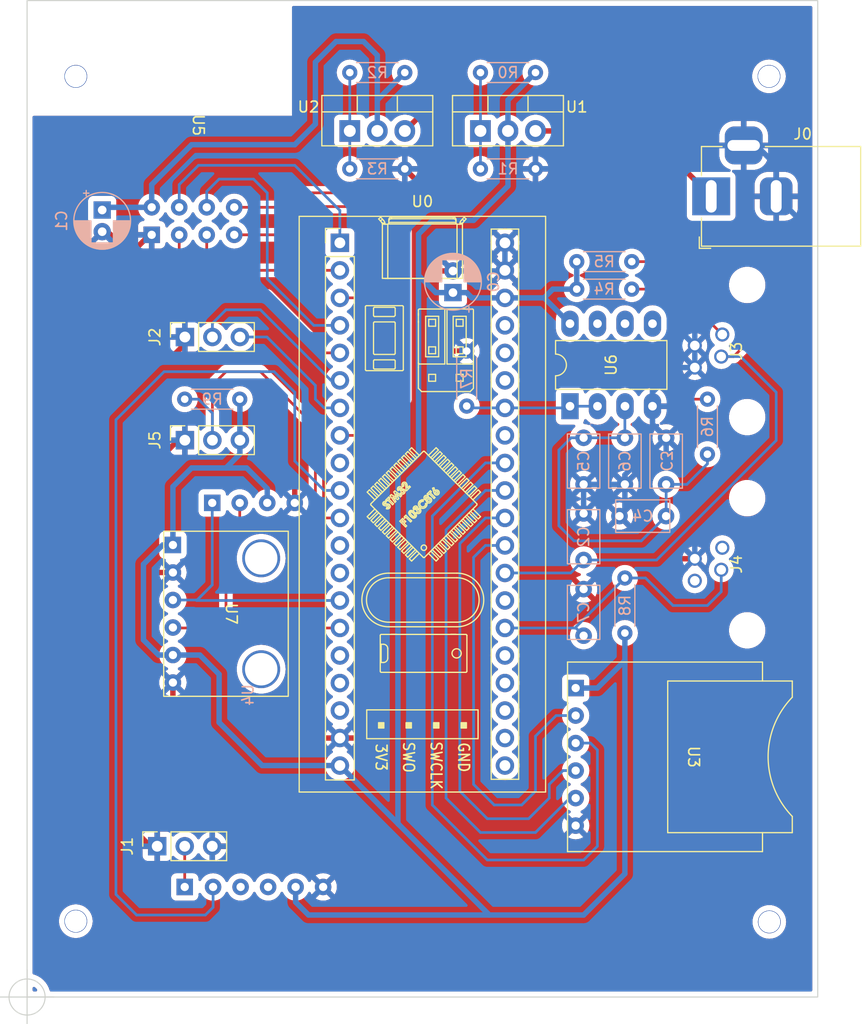
<source format=kicad_pcb>
(kicad_pcb (version 20211014) (generator pcbnew)
  (layers (0 "F.Cu" signal) (31 "B.Cu" signal) (34 "B.Paste" user) (35 "F.Paste" user) (36 "B.SilkS" user "B.Silkscreen") (37 "F.SilkS" user "F.Silkscreen") (38 "B.Mask" user) (39 "F.Mask" user) (44 "Edge.Cuts" user))
  (net 0 "")
  (net 1 "Anemometer")
  (net 2 "Rain gauge")
  (net 3 "LoRa_NCSS")
  (net 4 "/Passive LPF")
  (net 5 "+VDC")
  (net 6 "LoRa_SCLK")
  (net 7 "LoRa_MISO")
  (net 8 "LoRa_MOSI")
  (net 9 "LoRa_Reset")
  (net 10 "LoRa_DIO0")
  (net 11 "+3.3VP")
  (net 12 "GND")
  (net 13 "WindVane_raw")
  (net 14 "+3V3")
  (net 15 "WindVane_filtered")
  (net 16 "DS18B20")
  (net 17 "RTC_ALARM")
  (net 18 "I2C_CLK")
  (net 19 "I2C_SDA")
  (net 20 "MICROSD_NCSS")
  (net 21 "SPI1_SCK")
  (net 22 "SPI1_MISO")
  (net 23 "SPI1_MOSI")
  (net 24 "/32768Hz out")
  (net 25 "UART_TX")
  (net 26 "UART_RX")
  (net 46 "/V_adj")
  (net 47 "/V_adj_VP")
  (footprint "Package_DIP:DIP-8_W7.62mm_LongPads" (layer "F.Cu") (at 158.125 91.455 90)
    (fp_text reference "U6")
    (fp_text value "MCP6002-xP" hide)
  )
  (footprint "RJ11-Connectors:4P4C" (layer "F.Cu") (at 173.99 106.045 90)
    (fp_text reference "J4")
    (fp_text value "4P4C")
  )
  (footprint "Package_TO_SOT_THT:TO-220-3_Vertical" (layer "F.Cu") (at 149.86 66.04)
    (fp_text reference "U1")
    (fp_text value "LM317")
  )
  (footprint "Connector_PinSocket_2.54mm:PinSocket_1x03_P2.54mm_Vertical" (layer "F.Cu") (at 122.57 85.065 90)
    (fp_text reference "J2")
    (fp_text value "Conn_01x03_Male" hide)
  )
  (footprint "Connector_PinSocket_2.54mm:PinSocket_1x03_P2.54mm_Vertical" (layer "F.Cu") (at 120.015 132.08 90)
    (fp_text reference "J1")
    (fp_text value "Conn_01x03_Male" hide)
  )
  (footprint "SX1278_Module:SX1278_Minimal" (layer "F.Cu") (at 123.317 65.5 -90)
    (fp_text reference "U5")
    (fp_text value "SX1278")
  )
  (footprint "Connector_PinSocket_2.54mm:PinSocket_1x03_P2.54mm_Vertical" (layer "F.Cu") (at 122.57 94.59 90)
    (fp_text reference "J5")
    (fp_text value "Conn_01x03_Male" hide)
  )
  (footprint "Package_TO_SOT_THT:TO-220-3_Vertical" (layer "F.Cu") (at 137.795 66.04)
    (fp_text reference "U2")
    (fp_text value "LM317")
  )
  (footprint "Connector_BarrelJack:BarrelJack_Horizontal" (layer "F.Cu") (at 171.165 72.0775 180)
    (fp_text reference "J0")
    (fp_text value "Barrel_Jack")
  )
  (footprint "BME280_Module:BME280_I2C_Small" (layer "F.Cu") (at 126.365 110.617 -90)
    (fp_text reference "U7")
    (fp_text value "BME280")
  )
  (footprint "Custom_Libs:microSD_mini" (layer "F.Cu") (at 166.9 123.825 -90)
    (fp_text reference "U3")
    (fp_text value "microSD_Module")
  )
  (footprint "KiCAD_STM32_BluePill:YAAJ_BluePill_1" (layer "F.Cu") (at 136.88 76.37)
    (fp_text reference "U0")
    (fp_text value "YAAJ_BluePill" hide)
  )
  (footprint "RJ11-Connectors:4P4C" (layer "F.Cu") (at 173.99 86.36 90)
    (fp_text reference "J3")
    (fp_text value "4P4C")
  )
  (footprint "Resistor_THT:R_Axial_DIN0204_L3.6mm_D1.6mm_P5.08mm_Horizontal" (layer "B.Cu") (at 170.815 90.805 -90)
    (fp_text reference "R6")
    (fp_text value "680" hide)
  )
  (footprint "Resistor_THT:R_Axial_DIN0204_L3.6mm_D1.6mm_P5.08mm_Horizontal" (layer "B.Cu") (at 158.75 78.105)
    (fp_text reference "R5")
    (fp_text value "3.3k" hide)
  )
  (footprint "Resistor_THT:R_Axial_DIN0204_L3.6mm_D1.6mm_P5.08mm_Horizontal" (layer "B.Cu") (at 148.59 86.36 -90)
    (fp_text reference "R7")
    (fp_text value "3.3k" hide)
  )
  (footprint "Custom_Libs:C_Radial_W5.5mm_H9.0mm_T3.0mm_P4.3mm" (layer "B.Cu") (at 159.385 110.49 -90)
    (fp_text reference "C7")
    (fp_text value "220n" hide)
  )
  (footprint "Custom_Libs:C_Radial_W5.5mm_H9.0mm_T3.0mm_P4.3mm" (layer "B.Cu") (at 159.385 103.505 -90)
    (fp_text reference "C2")
    (fp_text value "220n" hide)
  )
  (footprint "Resistor_THT:R_Axial_DIN0204_L3.6mm_D1.6mm_P5.08mm_Horizontal" (layer "B.Cu") (at 137.795 69.54)
    (fp_text reference "R3")
    (fp_text value "390" hide)
  )
  (footprint "Custom_Libs:C_Radial_W5.5mm_H9.0mm_T3.0mm_P4.3mm" (layer "B.Cu") (at 159.385 96.52 -90)
    (fp_text reference "C5")
    (fp_text value "3.3n" hide)
  )
  (footprint "Resistor_THT:R_Axial_DIN0204_L3.6mm_D1.6mm_P5.08mm_Horizontal" (layer "B.Cu") (at 154.94 60.65 180)
    (fp_text reference "R0")
    (fp_text value "240" hide)
  )
  (footprint "Capacitor_THT:CP_Radial_D5.0mm_P2.00mm" (layer "B.Cu") (at 147.32 80.965113 90)
    (fp_text reference "C0")
    (fp_text value "1u" hide)
  )
  (footprint "Custom_Libs:C_Radial_W5.5mm_H9.0mm_T3.0mm_P4.3mm" (layer "B.Cu") (at 164.846 101.6 180)
    (fp_text reference "C4")
    (fp_text value "4.7n" hide)
  )
  (footprint "DS3231_Module:DS3231_Module_FullSize" (layer "B.Cu") (at 128.905 118.11 -90)
    (fp_text reference "U4")
    (fp_text value "DS3231")
  )
  (footprint "Resistor_THT:R_Axial_DIN0204_L3.6mm_D1.6mm_P5.08mm_Horizontal" (layer "B.Cu") (at 158.75 80.645)
    (fp_text reference "R4")
    (fp_text value "3.3k" hide)
  )
  (footprint "Resistor_THT:R_Axial_DIN0204_L3.6mm_D1.6mm_P5.08mm_Horizontal" (layer "B.Cu") (at 127.635 90.805 180)
    (fp_text reference "R9")
    (fp_text value "4.7k" hide)
  )
  (footprint "Custom_Libs:C_Radial_W5.5mm_H9.0mm_T3.0mm_P4.3mm" (layer "B.Cu") (at 167.005 96.52 90)
    (fp_text reference "C3")
    (fp_text value "10n" hide)
  )
  (footprint "Resistor_THT:R_Axial_DIN0204_L3.6mm_D1.6mm_P5.08mm_Horizontal" (layer "B.Cu") (at 163.195 112.395 90)
    (fp_text reference "R8")
    (fp_text value "3.3k" hide)
  )
  (footprint "Resistor_THT:R_Axial_DIN0204_L3.6mm_D1.6mm_P5.08mm_Horizontal" (layer "B.Cu") (at 149.86 69.54)
    (fp_text reference "R1")
    (fp_text value "390" hide)
  )
  (footprint "Capacitor_THT:CP_Radial_D5.0mm_P2.00mm" (layer "B.Cu") (at 114.935 73.339888 -90)
    (fp_text reference "C1")
    (fp_text value "1u" hide)
  )
  (footprint "Custom_Libs:C_Radial_W5.5mm_H9.0mm_T3.0mm_P4.3mm" (layer "B.Cu") (at 163.195 96.52 -90)
    (fp_text reference "C6")
    (fp_text value "2.2n" hide)
  )
  (footprint "Resistor_THT:R_Axial_DIN0204_L3.6mm_D1.6mm_P5.08mm_Horizontal" (layer "B.Cu") (at 142.875 60.65 180)
    (fp_text reference "R2")
    (fp_text value "240" hide)
  )
  (gr_rect (start 108 54) (end 181 146) (layer "Edge.Cuts") (width 0.1) (fill none))
  (target plus (at 108 146) (size 5) (width 0.1) (layer "Edge.Cuts"))
  (via (at 112.5 139) (size 2.1) (drill 2) (layers "F.Cu" "B.Cu") (net 0))
  (via (at 176.5 61) (size 2.1) (drill 2) (layers "F.Cu" "B.Cu") (net 0))
  (via (at 176.53 139.065) (size 2.1) (drill 2) (layers "F.Cu" "B.Cu") (net 0))
  (via (at 112.5 61) (size 2.1) (drill 2) (layers "F.Cu" "B.Cu") (net 0))
  (segment (start 168.275 78.105) (end 173.99 83.82) (width 0.25) (layer "F.Cu") (net 1))
  (segment (start 173.99 86.11) (end 173.99 83.82) (width 0.25) (layer "F.Cu") (net 1))
  (segment (start 173.23 86.87) (end 173.99 86.11) (width 0.25) (layer "F.Cu") (net 1))
  (segment (start 163.83 78.105) (end 168.275 78.105) (width 0.25) (layer "F.Cu") (net 1))
  (segment (start 173.23 86.87) (end 172.09 86.87) (width 0.25) (layer "F.Cu") (net 1))
  (segment (start 177.165 94.615) (end 177.165 90.17) (width 0.25) (layer "B.Cu") (net 1))
  (segment (start 158.19 106.85) (end 159.385 105.655) (width 0.25) (layer "B.Cu") (net 1))
  (segment (start 152.12 106.85) (end 158.19 106.85) (width 0.25) (layer "B.Cu") (net 1))
  (segment (start 159.385 105.655) (end 166.125 105.655) (width 0.25) (layer "B.Cu") (net 1))
  (segment (start 166.125 105.655) (end 177.165 94.615) (width 0.25) (layer "B.Cu") (net 1))
  (segment (start 177.165 90.17) (end 173.865 86.87) (width 0.25) (layer "B.Cu") (net 1))
  (segment (start 173.865 86.87) (end 172.09 86.87) (width 0.25) (layer "B.Cu") (net 1))
  (segment (start 152.12 111.93) (end 158.58 111.93) (width 0.25) (layer "B.Cu") (net 2))
  (segment (start 165.1 107.315) (end 163.195 107.315) (width 0.25) (layer "B.Cu") (net 2))
  (segment (start 172.09 108.58) (end 170.815 109.855) (width 0.25) (layer "B.Cu") (net 2))
  (segment (start 170.815 109.855) (end 167.64 109.855) (width 0.25) (layer "B.Cu") (net 2))
  (segment (start 159.385 111.125) (end 158.58 111.93) (width 0.25) (layer "B.Cu") (net 2))
  (segment (start 159.385 111.125) (end 163.195 107.315) (width 0.25) (layer "B.Cu") (net 2))
  (segment (start 158.58 111.93) (end 158.675 111.93) (width 0.25) (layer "B.Cu") (net 2))
  (segment (start 167.64 109.855) (end 165.1 107.315) (width 0.25) (layer "B.Cu") (net 2))
  (segment (start 172.09 106.555) (end 172.09 108.58) (width 0.25) (layer "B.Cu") (net 2))
  (segment (start 158.675 111.93) (end 159.385 112.64) (width 0.25) (layer "B.Cu") (net 2))
  (segment (start 136.88 73.38) (end 136.88 76.37) (width 0.25) (layer "B.Cu") (net 3))
  (segment (start 122.047 70.993) (end 123.825 69.215) (width 0.25) (layer "B.Cu") (net 3))
  (segment (start 123.825 69.215) (end 132.715 69.215) (width 0.25) (layer "B.Cu") (net 3))
  (segment (start 132.715 69.215) (end 136.88 73.38) (width 0.25) (layer "B.Cu") (net 3))
  (segment (start 122.047 73.09) (end 122.047 70.993) (width 0.25) (layer "B.Cu") (net 3))
  (segment (start 157.099 102.489) (end 158.496 103.886) (width 0.25) (layer "B.Cu") (net 4))
  (segment (start 168.919 98.67) (end 170.815 96.774) (width 0.25) (layer "B.Cu") (net 4))
  (segment (start 163.195 94.37) (end 163.195 91.465) (width 0.25) (layer "B.Cu") (net 4))
  (segment (start 158.496 103.886) (end 164.71 103.886) (width 0.25) (layer "B.Cu") (net 4))
  (segment (start 164.71 103.886) (end 166.996 101.6) (width 0.25) (layer "B.Cu") (net 4))
  (segment (start 167.005 101.591) (end 166.996 101.6) (width 0.25) (layer "B.Cu") (net 4))
  (segment (start 167.005 98.67) (end 168.919 98.67) (width 0.25) (layer "B.Cu") (net 4))
  (segment (start 167.005 98.67) (end 167.005 101.591) (width 0.25) (layer "B.Cu") (net 4))
  (segment (start 157.099 95.504) (end 157.099 102.489) (width 0.25) (layer "B.Cu") (net 4))
  (segment (start 158.233 94.37) (end 157.099 95.504) (width 0.25) (layer "B.Cu") (net 4))
  (segment (start 159.385 94.37) (end 158.233 94.37) (width 0.25) (layer "B.Cu") (net 4))
  (segment (start 163.195 91.465) (end 163.205 91.455) (width 0.25) (layer "B.Cu") (net 4))
  (segment (start 163.195 94.37) (end 159.385 94.37) (width 0.25) (layer "B.Cu") (net 4))
  (segment (start 170.815 96.774) (end 170.815 95.885) (width 0.25) (layer "B.Cu") (net 4))
  (segment (start 156.8725 57.785) (end 165.1275 66.04) (width 0.5) (layer "F.Cu") (net 5))
  (segment (start 154.94 66.04) (end 165.1275 66.04) (width 0.5) (layer "F.Cu") (net 5))
  (segment (start 146.685 59.055) (end 147.955 57.785) (width 0.5) (layer "F.Cu") (net 5))
  (segment (start 142.875 66.04) (end 146.685 62.23) (width 0.5) (layer "F.Cu") (net 5))
  (segment (start 146.685 62.23) (end 146.685 59.055) (width 0.5) (layer "F.Cu") (net 5))
  (segment (start 165.1275 66.04) (end 171.165 72.0775) (width 0.5) (layer "F.Cu") (net 5))
  (segment (start 147.955 57.785) (end 156.8725 57.785) (width 0.5) (layer "F.Cu") (net 5))
  (segment (start 124.587 76.962) (end 126.535 78.91) (width 0.25) (layer "F.Cu") (net 6))
  (segment (start 126.535 78.91) (end 136.88 78.91) (width 0.25) (layer "F.Cu") (net 6))
  (segment (start 124.587 75.63) (end 124.587 76.962) (width 0.25) (layer "F.Cu") (net 6))
  (segment (start 140.165 81.45) (end 136.88 81.45) (width 0.25) (layer "F.Cu") (net 7))
  (segment (start 141.605 80.01) (end 140.165 81.45) (width 0.25) (layer "F.Cu") (net 7))
  (segment (start 139.7 73.025) (end 141.605 74.93) (width 0.25) (layer "F.Cu") (net 7))
  (segment (start 131.38 75.63) (end 133.985 73.025) (width 0.25) (layer "F.Cu") (net 7))
  (segment (start 141.605 74.93) (end 141.605 80.01) (width 0.25) (layer "F.Cu") (net 7))
  (segment (start 127.127 75.63) (end 131.38 75.63) (width 0.25) (layer "F.Cu") (net 7))
  (segment (start 133.985 73.025) (end 139.7 73.025) (width 0.25) (layer "F.Cu") (net 7))
  (segment (start 125.73 70.485) (end 128.905 70.485) (width 0.25) (layer "B.Cu") (net 8))
  (segment (start 130.175 71.755) (end 130.175 79.6925) (width 0.25) (layer "B.Cu") (net 8))
  (segment (start 124.587 73.09) (end 124.587 71.628) (width 0.25) (layer "B.Cu") (net 8))
  (segment (start 124.587 71.628) (end 125.73 70.485) (width 0.25) (layer "B.Cu") (net 8))
  (segment (start 134.4725 83.99) (end 136.88 83.99) (width 0.25) (layer "B.Cu") (net 8))
  (segment (start 128.905 70.485) (end 130.175 71.755) (width 0.25) (layer "B.Cu") (net 8))
  (segment (start 130.175 79.6925) (end 134.4725 83.99) (width 0.25) (layer "B.Cu") (net 8))
  (segment (start 126.365 81.28) (end 130.175 81.28) (width 0.25) (layer "F.Cu") (net 9))
  (segment (start 130.175 81.28) (end 135.425 86.53) (width 0.25) (layer "F.Cu") (net 9))
  (segment (start 122.047 75.63) (end 122.047 76.962) (width 0.25) (layer "F.Cu") (net 9))
  (segment (start 122.047 76.962) (end 126.365 81.28) (width 0.25) (layer "F.Cu") (net 9))
  (segment (start 135.425 86.53) (end 136.88 86.53) (width 0.25) (layer "F.Cu") (net 9))
  (segment (start 127.127 73.09) (end 131.38 73.09) (width 0.25) (layer "F.Cu") (net 10))
  (segment (start 140.335 71.755) (end 142.875 74.295) (width 0.25) (layer "F.Cu") (net 10))
  (segment (start 131.38 73.09) (end 132.715 71.755) (width 0.25) (layer "F.Cu") (net 10))
  (segment (start 139.53 94.15) (end 136.88 94.15) (width 0.25) (layer "F.Cu") (net 10))
  (segment (start 142.875 90.805) (end 139.53 94.15) (width 0.25) (layer "F.Cu") (net 10))
  (segment (start 132.715 71.755) (end 140.335 71.755) (width 0.25) (layer "F.Cu") (net 10))
  (segment (start 142.875 74.295) (end 142.875 90.805) (width 0.25) (layer "F.Cu") (net 10))
  (segment (start 134.62 65.405) (end 134.62 59.69) (width 0.5) (layer "B.Cu") (net 11))
  (segment (start 132.715 67.31) (end 134.62 65.405) (width 0.5) (layer "B.Cu") (net 11))
  (segment (start 140.335 59.055) (end 140.335 63.19) (width 0.5) (layer "B.Cu") (net 11))
  (segment (start 123.19 67.31) (end 132.715 67.31) (width 0.5) (layer "B.Cu") (net 11))
  (segment (start 140.335 63.19) (end 142.875 60.65) (width 0.5) (layer "B.Cu") (net 11))
  (segment (start 119.507 70.993) (end 123.19 67.31) (width 0.5) (layer "B.Cu") (net 11))
  (segment (start 136.525 57.785) (end 139.065 57.785) (width 0.5) (layer "B.Cu") (net 11))
  (segment (start 115.184888 73.09) (end 114.935 73.339888) (width 0.5) (layer "B.Cu") (net 11))
  (segment (start 140.335 66.04) (end 140.335 63.19) (width 0.5) (layer "B.Cu") (net 11))
  (segment (start 139.065 57.785) (end 140.335 59.055) (width 0.5) (layer "B.Cu") (net 11))
  (segment (start 119.507 73.09) (end 119.507 70.993) (width 0.5) (layer "B.Cu") (net 11))
  (segment (start 134.62 59.69) (end 136.525 57.785) (width 0.5) (layer "B.Cu") (net 11))
  (segment (start 119.507 73.09) (end 115.184888 73.09) (width 0.5) (layer "B.Cu") (net 11))
  (segment (start 117.475 90.805) (end 122.57 85.71) (width 0.5) (layer "F.Cu") (net 12))
  (segment (start 132.715 99.06) (end 132.715 100.38) (width 0.5) (layer "F.Cu") (net 12))
  (segment (start 117.475 90.805) (end 117.475 77.47) (width 0.5) (layer "F.Cu") (net 12))
  (segment (start 131.445 97.79) (end 132.715 99.06) (width 0.5) (layer "F.Cu") (net 12))
  (segment (start 121.945 94.59) (end 122.57 94.59) (width 0.5) (layer "F.Cu") (net 12))
  (segment (start 139.87 122.09) (end 136.88 122.09) (width 0.5) (layer "F.Cu") (net 12))
  (segment (start 115.434022 75.339888) (end 117.475 77.380866) (width 0.5) (layer "F.Cu") (net 12))
  (segment (start 154.205 134.62) (end 160.655 134.62) (width 0.5) (layer "F.Cu") (net 12))
  (segment (start 125.095 132.08) (end 133.955 132.08) (width 0.5) (layer "F.Cu") (net 12))
  (segment (start 144.145 80.01) (end 144.145 70.81) (width 0.5) (layer "F.Cu") (net 12))
  (segment (start 122.57 85.71) (end 122.57 85.065) (width 0.5) (layer "F.Cu") (net 12))
  (segment (start 118.745 97.79) (end 131.445 97.79) (width 0.5) (layer "F.Cu") (net 12))
  (segment (start 119.315 75.63) (end 119.507 75.63) (width 0.5) (layer "F.Cu") (net 12))
  (segment (start 149.86 134.62) (end 136.525 134.62) (width 0.5) (layer "F.Cu") (net 12))
  (segment (start 117.475 99.06) (end 118.745 97.79) (width 0.5) (layer "F.Cu") (net 12))
  (segment (start 159.385 108.34) (end 160.9 109.855) (width 0.5) (layer "F.Cu") (net 12))
  (segment (start 148.59 86.36) (end 147.32 86.36) (width 0.5) (layer "F.Cu") (net 12))
  (segment (start 123.36 122.09) (end 121.465 120.195) (width 0.5) (layer "F.Cu") (net 12))
  (segment (start 144.145 83.185) (end 144.145 80.01) (width 0.5) (layer "F.Cu") (net 12))
  (segment (start 165.1 108.585) (end 165.1 127.635) (width 0.5) (layer "F.Cu") (net 12))
  (segment (start 118.745 97.79) (end 121.945 94.59) (width 0.5) (layer "F.Cu") (net 12))
  (segment (start 117.475 77.47) (end 119.315 75.63) (width 0.5) (layer "F.Cu") (net 12))
  (segment (start 160.9 109.855) (end 163.83 109.855) (width 0.5) (layer "F.Cu") (net 12))
  (segment (start 144.145 70.81) (end 142.875 69.54) (width 0.5) (layer "F.Cu") (net 12))
  (segment (start 165.1 130.175) (end 165.1 127.635) (width 0.5) (layer "F.Cu") (net 12))
  (segment (start 160.655 134.62) (end 165.1 130.175) (width 0.5) (layer "F.Cu") (net 12))
  (segment (start 114.935 75.339888) (end 115.434022 75.339888) (width 0.5) (layer "F.Cu") (net 12))
  (segment (start 154.205 134.62) (end 149.86 134.62) (width 0.5) (layer "F.Cu") (net 12))
  (segment (start 117.475 116.205) (end 117.475 130.175) (width 0.5) (layer "F.Cu") (net 12))
  (segment (start 117.475 116.205) (end 117.475 109.22) (width 0.5) (layer "F.Cu") (net 12))
  (segment (start 144.145 80.01) (end 145.189887 78.965113) (width 0.5) (layer "F.Cu") (net 12))
  (segment (start 168.15 105.535) (end 169.65 105.535) (width 0.5) (layer "F.Cu") (net 12))
  (segment (start 119.38 132.08) (end 120.015 132.08) (width 0.5) (layer "F.Cu") (net 12))
  (segment (start 149.86 134.62) (end 142.24 127) (width 0.5) (layer "F.Cu") (net 12))
  (segment (start 165.1 108.585) (end 168.15 105.535) (width 0.5) (layer "F.Cu") (net 12))
  (segment (start 117.475 109.22) (end 117.475 99.06) (width 0.5) (layer "F.Cu") (net 12))
  (segment (start 119.888 106.807) (end 121.465 106.807) (width 0.5) (layer "F.Cu") (net 12))
  (segment (start 163.83 109.855) (end 165.1 108.585) (width 0.5) (layer "F.Cu") (net 12))
  (segment (start 136.88 122.09) (end 123.36 122.09) (width 0.5) (layer "F.Cu") (net 12))
  (segment (start 117.475 109.22) (end 119.888 106.807) (width 0.5) (layer "F.Cu") (net 12))
  (segment (start 142.24 127) (end 142.24 124.46) (width 0.5) (layer "F.Cu") (net 12))
  (segment (start 133.955 132.08) (end 136.525 134.65) (width 0.5) (layer "F.Cu") (net 12))
  (segment (start 117.475 77.380866) (end 117.475 77.47) (width 0.5) (layer "F.Cu") (net 12))
  (segment (start 142.24 124.46) (end 139.87 122.09) (width 0.5) (layer "F.Cu") (net 12))
  (segment (start 147.32 86.36) (end 144.145 83.185) (width 0.5) (layer "F.Cu") (net 12))
  (segment (start 121.465 120.195) (end 121.465 116.967) (width 0.5) (layer "F.Cu") (net 12))
  (segment (start 121.465 120.195) (end 117.475 116.205) (width 0.5) (layer "F.Cu") (net 12))
  (segment (start 117.475 99.06) (end 117.475 90.805) (width 0.5) (layer "F.Cu") (net 12))
  (segment (start 117.475 130.175) (end 119.38 132.08) (width 0.5) (layer "F.Cu") (net 12))
  (segment (start 136.525 134.62) (end 136.525 134.65) (width 0.5) (layer "F.Cu") (net 12))
  (segment (start 145.189887 78.965113) (end 147.32 78.965113) (width 0.5) (layer "F.Cu") (net 12))
  (segment (start 158.65 130.175) (end 154.205 134.62) (width 0.5) (layer "F.Cu") (net 12))
  (segment (start 136.525 134.65) (end 135.335 135.84) (width 0.5) (layer "F.Cu") (net 12))
  (segment (start 179.07 99.695) (end 179.07 73.9825) (width 0.5) (layer "B.Cu") (net 12))
  (segment (start 163.195 97.79) (end 164.465 96.52) (width 0.5) (layer "B.Cu") (net 12))
  (segment (start 161.1125 67.3775) (end 159.33 69.16) (width 0.5) (layer "B.Cu") (net 12))
  (segment (start 177.165 69.215) (end 177.165 72.0775) (width 0.5) (layer "B.Cu") (net 12))
  (segment (start 159.33 69.16) (end 156.155 72.335) (width 0.5) (layer "B.Cu") (net 12))
  (segment (start 165.745 90.16) (end 168.02 87.885) (width 0.5) (layer "B.Cu") (net 12))
  (segment (start 159.385 98.67) (end 159.385 101.355) (width 0.5) (layer "B.Cu") (net 12))
  (segment (start 163.195 101.101) (end 162.696 101.6) (width 0.5) (layer "B.Cu") (net 12))
  (segment (start 176.53 102.235) (end 179.07 99.695) (width 0.5) (layer "B.Cu") (net 12))
  (segment (start 163.195 98.67) (end 163.195 97.79) (width 0.5) (layer "B.Cu") (net 12))
  (segment (start 159.385 98.67) (end 163.195 98.67) (width 0.5) (layer "B.Cu") (net 12))
  (segment (start 164.465 96.52) (end 166.37 96.52) (width 0.5) (layer "B.Cu") (net 12))
  (segment (start 165.745 91.455) (end 165.745 93.11) (width 0.5) (layer "B.Cu") (net 12))
  (segment (start 169.65 105.535) (end 169.65 104.035) (width 0.5) (layer "B.Cu") (net 12))
  (segment (start 167.005 95.885) (end 167.005 94.37) (width 0.5) (layer "B.Cu") (net 12))
  (segment (start 167.005 74.93) (end 169.65 77.575) (width 0.5) (layer "B.Cu") (net 12))
  (segment (start 171.45 102.235) (end 176.53 102.235) (width 0.5) (layer "B.Cu") (net 12))
  (segment (start 169.65 85.85) (end 169.65 77.575) (width 0.5) (layer "B.Cu") (net 12))
  (segment (start 166.37 96.52) (end 167.005 95.885) (width 0.5) (layer "B.Cu") (net 12))
  (segment (start 156.155 72.335) (end 153.56 74.93) (width 0.5) (layer "B.Cu") (net 12))
  (segment (start 168.02 87.885) (end 169.65 87.885) (width 0.5) (layer "B.Cu") (net 12))
  (segment (start 179.07 73.9825) (end 177.165 72.0775) (width 0.5) (layer "B.Cu") (net 12))
  (segment (start 174.165 67.3775) (end 175.3275 67.3775) (width 0.5) (layer "B.Cu") (net 12))
  (segment (start 175.3275 67.3775) (end 177.165 69.215) (width 0.5) (layer "B.Cu") (net 12))
  (segment (start 147.32 78.965113) (end 152.064887 78.965113) (width 0.5) (layer "B.Cu") (net 12))
  (segment (start 153.56 74.93) (end 152.12 76.37) (width 0.5) (layer "B.Cu") (net 12))
  (segment (start 165.745 91.455) (end 165.745 90.16) (width 0.5) (layer "B.Cu") (net 12))
  (segment (start 174.165 67.3775) (end 161.1125 67.3775) (width 0.5) (layer "B.Cu") (net 12))
  (segment (start 152.12 78.91) (end 152.12 76.37) (width 0.5) (layer "B.Cu") (net 12))
  (segment (start 165.745 93.11) (end 167.005 94.37) (width 0.5) (layer "B.Cu") (net 12))
  (segment (start 169.65 104.035) (end 171.45 102.235) (width 0.5) (layer "B.Cu") (net 12))
  (segment (start 158.95 69.54) (end 159.33 69.16) (width 0.5) (layer "B.Cu") (net 12))
  (segment (start 163.195 98.67) (end 163.195 101.101) (width 0.5) (layer "B.Cu") (net 12))
  (segment (start 154.94 69.54) (end 158.95 69.54) (width 0.5) (layer "B.Cu") (net 12))
  (segment (start 153.56 74.93) (end 167.005 74.93) (width 0.5) (layer "B.Cu") (net 12))
  (segment (start 152.064887 78.965113) (end 152.12 78.91) (width 0.5) (layer "B.Cu") (net 12))
  (segment (start 169.65 85.85) (end 169.65 87.885) (width 0.5) (layer "B.Cu") (net 12))
  (segment (start 168.91 83.82) (end 167.64 85.09) (width 0.25) (layer "F.Cu") (net 13))
  (segment (start 167.64 88.9) (end 169.545 90.805) (width 0.25) (layer "F.Cu") (net 13))
  (segment (start 167.64 85.09) (end 167.64 88.9) (width 0.25) (layer "F.Cu") (net 13))
  (segment (start 172.19 84.835) (end 171.175 83.82) (width 0.25) (layer "F.Cu") (net 13))
  (segment (start 167.64 85.09) (end 167.64 86.36) (width 0.25) (layer "F.Cu") (net 13))
  (segment (start 168.91 83.82) (end 165.735 80.645) (width 0.25) (layer "F.Cu") (net 13))
  (segment (start 169.545 90.805) (end 170.815 90.805) (width 0.25) (layer "F.Cu") (net 13))
  (segment (start 171.175 83.82) (end 168.91 83.82) (width 0.25) (layer "F.Cu") (net 13))
  (segment (start 165.735 80.645) (end 163.83 80.645) (width 0.25) (layer "F.Cu") (net 13))
  (segment (start 127 94.575) (end 127.015 94.59) (width 0.25) (layer "F.Cu") (net 14))
  (segment (start 118.745 106.045) (end 120.523 104.267) (width 0.5) (layer "B.Cu") (net 14))
  (segment (start 123.19 97.155) (end 126.365 97.155) (width 0.5) (layer "B.Cu") (net 14))
  (segment (start 127.65 94.59) (end 127.65 90.82) (width 0.5) (layer "B.Cu") (net 14))
  (segment (start 142.3325 130.0825) (end 136.88 124.63) (width 0.5) (layer "B.Cu") (net 14))
  (segment (start 149.074888 81.45) (end 152.12 81.45) (width 0.5) (layer "B.Cu") (net 14))
  (segment (start 145.735113 80.965113) (end 147.32 80.965113) (width 0.5) (layer "B.Cu") (net 14))
  (segment (start 128.27 97.155) (end 130.175 99.06) (width 0.5) (layer "B.Cu") (net 14))
  (segment (start 149.074888 81.45) (end 148.59 80.965112) (width 0.5) (layer "B.Cu") (net 14))
  (segment (start 163.195 114.935) (end 163.195 134.62) (width 0.5) (layer "B.Cu") (net 14))
  (segment (start 155.74 81.45) (end 158.125 83.835) (width 0.5) (layer "B.Cu") (net 14))
  (segment (start 158.75 80.645) (end 158.75 78.105) (width 0.5) (layer "B.Cu") (net 14))
  (segment (start 132.795 137.24) (end 132.795 135.84) (width 0.5) (layer "B.Cu") (net 14))
  (segment (start 120.523 104.267) (end 121.465 104.267) (width 0.5) (layer "B.Cu") (net 14))
  (segment (start 144.145 79.375) (end 145.735113 80.965113) (width 0.5) (layer "B.Cu") (net 14))
  (segment (start 142.24 129.99) (end 142.3325 130.0825) (width 0.5) (layer "B.Cu") (net 14))
  (segment (start 127.65 95.87) (end 126.365 97.155) (width 0.5) (layer "B.Cu") (net 14))
  (segment (start 130.175 99.06) (end 130.175 100.38) (width 0.5) (layer "B.Cu") (net 14))
  (segment (start 158.65 117.475) (end 160.655 117.475) (width 0.5) (layer "B.Cu") (net 14))
  (segment (start 150.68 138.43) (end 142.3325 130.0825) (width 0.5) (layer "B.Cu") (net 14))
  (segment (start 150.68 138.43) (end 133.985 138.43) (width 0.5) (layer "B.Cu") (net 14))
  (segment (start 156.545 80.645) (end 155.74 81.45) (width 0.5) (layer "B.Cu") (net 14))
  (segment (start 118.745 113.03) (end 118.745 106.045) (width 0.5) (layer "B.Cu") (net 14))
  (segment (start 163.195 134.62) (end 159.385 138.43) (width 0.5) (layer "B.Cu") (net 14))
  (segment (start 133.985 138.43) (end 132.795 137.24) (width 0.5) (layer "B.Cu") (net 14))
  (segment (start 159.385 138.43) (end 150.68 138.43) (width 0.5) (layer "B.Cu") (net 14))
  (segment (start 147.32 80.965113) (end 148.59 80.965112) (width 0.5) (layer "B.Cu") (net 14))
  (segment (start 121.465 98.88) (end 123.19 97.155) (width 0.5) (layer "B.Cu") (net 14))
  (segment (start 144.145 75.565) (end 144.145 79.375) (width 0.5) (layer "B.Cu") (net 14))
  (segment (start 121.465 104.267) (end 121.465 98.88) (width 0.5) (layer "B.Cu") (net 14))
  (segment (start 125.73 116.205) (end 125.73 120.65) (width 0.5) (layer "B.Cu") (net 14))
  (segment (start 129.71 124.63) (end 136.88 124.63) (width 0.5) (layer "B.Cu") (net 14))
  (segment (start 152.12 81.45) (end 155.74 81.45) (width 0.5) (layer "B.Cu") (net 14))
  (segment (start 152.4 66.04) (end 152.4 71.12) (width 0.5) (layer "B.Cu") (net 14))
  (segment (start 144.145 79.375) (end 144.145 95.885) (width 0.5) (layer "B.Cu") (net 14))
  (segment (start 163.195 114.935) (end 163.195 112.395) (width 0.5) (layer "B.Cu") (net 14))
  (segment (start 160.655 117.475) (end 163.195 114.935) (width 0.5) (layer "B.Cu") (net 14))
  (segment (start 120.142 114.427) (end 118.745 113.03) (width 0.5) (layer "B.Cu") (net 14))
  (segment (start 121.465 114.427) (end 123.952 114.427) (width 0.5) (layer "B.Cu") (net 14))
  (segment (start 125.73 120.65) (end 129.71 124.63) (width 0.5) (layer "B.Cu") (net 14))
  (segment (start 149.225 74.295) (end 145.415 74.295) (width 0.5) (layer "B.Cu") (net 14))
  (segment (start 142.24 97.79) (end 142.24 129.99) (width 0.5) (layer "B.Cu") (net 14))
  (segment (start 123.952 114.427) (end 125.73 116.205) (width 0.5) (layer "B.Cu") (net 14))
  (segment (start 121.465 114.427) (end 120.142 114.427) (width 0.5) (layer "B.Cu") (net 14))
  (segment (start 152.4 71.12) (end 149.225 74.295) (width 0.5) (layer "B.Cu") (net 14))
  (segment (start 127.65 94.59) (end 127.65 95.87) (width 0.5) (layer "B.Cu") (net 14))
  (segment (start 127.65 90.82) (end 127.635 90.805) (width 0.5) (layer "B.Cu") (net 14))
  (segment (start 152.4 66.04) (end 152.4 63.19) (width 0.5) (layer "B.Cu") (net 14))
  (segment (start 145.415 74.295) (end 144.145 75.565) (width 0.5) (layer "B.Cu") (net 14))
  (segment (start 158.75 80.645) (end 156.545 80.645) (width 0.5) (layer "B.Cu") (net 14))
  (segment (start 152.4 63.19) (end 154.94 60.65) (width 0.5) (layer "B.Cu") (net 14))
  (segment (start 126.365 97.155) (end 128.27 97.155) (width 0.5) (layer "B.Cu") (net 14))
  (segment (start 144.145 95.885) (end 142.24 97.79) (width 0.5) (layer "B.Cu") (net 14))
  (segment (start 157.97 91.61) (end 158.125 91.455) (width 0.25) (layer "B.Cu") (net 15))
  (segment (start 152.12 91.61) (end 148.76 91.61) (width 0.25) (layer "B.Cu") (net 15))
  (segment (start 152.12 91.61) (end 157.97 91.61) (width 0.25) (layer "B.Cu") (net 15))
  (segment (start 160.665 91.455) (end 158.125 91.455) (width 0.25) (layer "B.Cu") (net 15))
  (segment (start 148.76 91.61) (end 148.59 91.44) (width 0.25) (layer "B.Cu") (net 15))
  (segment (start 125.11 89.55) (end 125.11 94.59) (width 0.25) (layer "F.Cu") (net 16))
  (segment (start 135.425 101.77) (end 134.62 100.965) (width 0.25) (layer "F.Cu") (net 16))
  (segment (start 134.62 100.965) (end 134.62 93.345) (width 0.25) (layer "F.Cu") (net 16))
  (segment (start 125.095 89.535) (end 125.11 89.55) (width 0.25) (layer "F.Cu") (net 16))
  (segment (start 126.365 88.265) (end 125.095 89.535) (width 0.25) (layer "F.Cu") (net 16))
  (segment (start 134.62 93.345) (end 129.54 88.265) (width 0.25) (layer "F.Cu") (net 16))
  (segment (start 136.88 101.77) (end 135.425 101.77) (width 0.25) (layer "F.Cu") (net 16))
  (segment (start 129.54 88.265) (end 126.365 88.265) (width 0.25) (layer "F.Cu") (net 16))
  (segment (start 123.825 90.805) (end 125.11 92.09) (width 0.25) (layer "B.Cu") (net 16))
  (segment (start 125.11 92.09) (end 125.11 94.59) (width 0.25) (layer "B.Cu") (net 16))
  (segment (start 122.555 90.805) (end 123.825 90.805) (width 0.25) (layer "B.Cu") (net 16))
  (segment (start 116.205 92.71) (end 116.205 136.525) (width 0.25) (layer "B.Cu") (net 17))
  (segment (start 136.88 99.23) (end 135.425 99.23) (width 0.25) (layer "B.Cu") (net 17))
  (segment (start 132.715 96.52) (end 132.715 90.17) (width 0.25) (layer "B.Cu") (net 17))
  (segment (start 132.715 90.17) (end 130.81 88.265) (width 0.25) (layer "B.Cu") (net 17))
  (segment (start 135.425 99.23) (end 132.715 96.52) (width 0.25) (layer "B.Cu") (net 17))
  (segment (start 118.11 138.43) (end 124.46 138.43) (width 0.25) (layer "B.Cu") (net 17))
  (segment (start 124.46 138.43) (end 125.175 137.715) (width 0.25) (layer "B.Cu") (net 17))
  (segment (start 120.65 88.265) (end 116.205 92.71) (width 0.25) (layer "B.Cu") (net 17))
  (segment (start 130.81 88.265) (end 120.65 88.265) (width 0.25) (layer "B.Cu") (net 17))
  (segment (start 125.175 137.715) (end 125.175 135.84) (width 0.25) (layer "B.Cu") (net 17))
  (segment (start 116.205 136.525) (end 118.11 138.43) (width 0.25) (layer "B.Cu") (net 17))
  (segment (start 123.655 109.39) (end 123.612 109.347) (width 0.25) (layer "B.Cu") (net 18))
  (segment (start 125.095 100.38) (end 125.095 107.95) (width 0.25) (layer "B.Cu") (net 18))
  (segment (start 121.508 109.39) (end 121.465 109.347) (width 0.5) (layer "B.Cu") (net 18))
  (segment (start 136.88 109.39) (end 123.655 109.39) (width 0.25) (layer "B.Cu") (net 18))
  (segment (start 123.612 109.347) (end 121.465 109.347) (width 0.25) (layer "B.Cu") (net 18))
  (segment (start 125.095 107.95) (end 123.655 109.39) (width 0.25) (layer "B.Cu") (net 18))
  (segment (start 126.365 103.505) (end 126.365 110.49) (width 0.25) (layer "F.Cu") (net 19))
  (segment (start 121.508 111.93) (end 121.465 111.887) (width 0.25) (layer "F.Cu") (net 19))
  (segment (start 127.635 102.235) (end 126.365 103.505) (width 0.25) (layer "F.Cu") (net 19))
  (segment (start 126.365 110.49) (end 124.925 111.93) (width 0.25) (layer "F.Cu") (net 19))
  (segment (start 127.635 100.38) (end 127.635 102.235) (width 0.25) (layer "F.Cu") (net 19))
  (segment (start 124.925 111.93) (end 121.508 111.93) (width 0.25) (layer "F.Cu") (net 19))
  (segment (start 136.88 111.93) (end 124.925 111.93) (width 0.25) (layer "F.Cu") (net 19))
  (segment (start 121.508 111.93) (end 121.465 111.887) (width 0.25) (layer "B.Cu") (net 19))
  (segment (start 149.225 126.365) (end 151.13 128.27) (width 0.25) (layer "B.Cu") (net 20))
  (segment (start 149.225 105.41) (end 149.225 126.365) (width 0.25) (layer "B.Cu") (net 20))
  (segment (start 154.94 121.92) (end 156.845 120.015) (width 0.25) (layer "B.Cu") (net 20))
  (segment (start 152.12 104.31) (end 150.325 104.31) (width 0.25) (layer "B.Cu") (net 20))
  (segment (start 150.325 104.31) (end 149.225 105.41) (width 0.25) (layer "B.Cu") (net 20))
  (segment (start 153.67 128.27) (end 154.94 127) (width 0.25) (layer "B.Cu") (net 20))
  (segment (start 151.13 128.27) (end 153.67 128.27) (width 0.25) (layer "B.Cu") (net 20))
  (segment (start 154.94 127) (end 154.94 121.92) (width 0.25) (layer "B.Cu") (net 20))
  (segment (start 156.845 120.015) (end 158.65 120.015) (width 0.25) (layer "B.Cu") (net 20))
  (segment (start 150.495 129.54) (end 154.305 129.54) (width 0.25) (layer "B.Cu") (net 21))
  (segment (start 147.955 127) (end 150.495 129.54) (width 0.25) (layer "B.Cu") (net 21))
  (segment (start 147.955 104.14) (end 147.955 127) (width 0.25) (layer "B.Cu") (net 21))
  (segment (start 156.21 127.635) (end 156.21 126.365) (width 0.25) (layer "B.Cu") (net 21))
  (segment (start 154.305 129.54) (end 156.21 127.635) (width 0.25) (layer "B.Cu") (net 21))
  (segment (start 152.12 101.77) (end 150.325 101.77) (width 0.25) (layer "B.Cu") (net 21))
  (segment (start 150.325 101.77) (end 147.955 104.14) (width 0.25) (layer "B.Cu") (net 21))
  (segment (start 157.48 125.095) (end 158.65 125.095) (width 0.25) (layer "B.Cu") (net 21))
  (segment (start 156.21 126.365) (end 157.48 125.095) (width 0.25) (layer "B.Cu") (net 21))
  (segment (start 149.86 130.81) (end 154.94 130.81) (width 0.25) (layer "B.Cu") (net 22))
  (segment (start 154.94 130.81) (end 158.115 127.635) (width 0.25) (layer "B.Cu") (net 22))
  (segment (start 150.325 99.23) (end 146.685 102.87) (width 0.25) (layer "B.Cu") (net 22))
  (segment (start 146.685 102.87) (end 146.685 127.635) (width 0.25) (layer "B.Cu") (net 22))
  (segment (start 152.12 99.23) (end 150.325 99.23) (width 0.25) (layer "B.Cu") (net 22))
  (segment (start 158.115 127.635) (end 158.65 127.635) (width 0.25) (layer "B.Cu") (net 22))
  (segment (start 146.685 127.635) (end 149.86 130.81) (width 0.25) (layer "B.Cu") (net 22))
  (segment (start 145.415 128.27) (end 150.495 133.35) (width 0.25) (layer "B.Cu") (net 23))
  (segment (start 160.655 123.19) (end 160.02 122.555) (width 0.25) (layer "B.Cu") (net 23))
  (segment (start 160.02 122.555) (end 158.65 122.555) (width 0.25) (layer "B.Cu") (net 23))
  (segment (start 150.325 96.69) (end 145.415 101.6) (width 0.25) (layer "B.Cu") (net 23))
  (segment (start 152.12 96.69) (end 150.325 96.69) (width 0.25) (layer "B.Cu") (net 23))
  (segment (start 150.495 133.35) (end 159.385 133.35) (width 0.25) (layer "B.Cu") (net 23))
  (segment (start 160.655 132.08) (end 160.655 123.19) (width 0.25) (layer "B.Cu") (net 23))
  (segment (start 159.385 133.35) (end 160.655 132.08) (width 0.25) (layer "B.Cu") (net 23))
  (segment (start 145.415 101.6) (end 145.415 128.27) (width 0.25) (layer "B.Cu") (net 23))
  (segment (start 122.555 132.08) (end 122.555 135.84) (width 0.25) (layer "F.Cu") (net 24))
  (segment (start 129.54 82.55) (end 126.365 82.55) (width 0.25) (layer "B.Cu") (net 25))
  (segment (start 125.11 83.805) (end 125.11 85.065) (width 0.25) (layer "B.Cu") (net 25))
  (segment (start 126.365 82.55) (end 125.11 83.805) (width 0.25) (layer "B.Cu") (net 25))
  (segment (start 136.88 89.07) (end 136.06 89.07) (width 0.25) (layer "B.Cu") (net 25))
  (segment (start 136.06 89.07) (end 129.54 82.55) (width 0.25) (layer "B.Cu") (net 25))
  (segment (start 135.425 91.61) (end 134.62 90.805) (width 0.25) (layer "B.Cu") (net 26))
  (segment (start 136.88 91.61) (end 135.425 91.61) (width 0.25) (layer "B.Cu") (net 26))
  (segment (start 134.62 89.535) (end 130.15 85.065) (width 0.25) (layer "B.Cu") (net 26))
  (segment (start 130.15 85.065) (end 127.65 85.065) (width 0.25) (layer "B.Cu") (net 26))
  (segment (start 134.62 90.805) (end 134.62 89.535) (width 0.25) (layer "B.Cu") (net 26))
  (segment (start 149.86 60.65) (end 149.86 66.04) (width 0.25) (layer "B.Cu") (net 46))
  (segment (start 149.86 66.04) (end 149.86 69.54) (width 0.25) (layer "B.Cu") (net 46))
  (segment (start 137.795 60.65) (end 137.795 66.04) (width 0.25) (layer "B.Cu") (net 47))
  (segment (start 137.795 66.04) (end 137.795 69.54) (width 0.25) (layer "B.Cu") (net 47))
  (zone (net 12) (net_name "GND") (layers F&B.Cu) (connect_pads (clearance 0.508)) (min_thickness 0.254) (fill yes (thermal_gap 0.508) (thermal_bridge_width 0.508))
    (polygon (pts (xy 181.0004 54.0004) (xy 181.0004 145.9992) (xy 108.0008 145.9992) (xy 108.0008 64.643) (xy 132.461 64.643) (xy 132.461 53.975)))
  )
  (zone (net 0) (net_name "") (layers F&B.Cu) (connect_pads (clearance 0)) (min_thickness 0.254)
    (keepout (tracks not_allowed) (vias not_allowed) (pads not_allowed) (copperpour not_allowed) (footprints allowed))
    (fill (thermal_gap 0.508) (thermal_bridge_width 0.508))
    (polygon (pts (xy 132.461 64.643) (xy 107.95 64.643) (xy 107.95 53.975) (xy 132.461 53.975)))
  )
  (zone (net 0) (net_name "") (layers F&B.Cu) (connect_pads (clearance 0.508)) (min_thickness 0.254) (fill yes (thermal_gap 0.508) (thermal_bridge_width 0.508))
    (polygon (pts (xy 181.0004 54.0004) (xy 181.0004 145.9992) (xy 108.0008 145.9992) (xy 108.0008 64.643) (xy 132.461 64.643) (xy 132.461 53.975)))
  )
)
</source>
